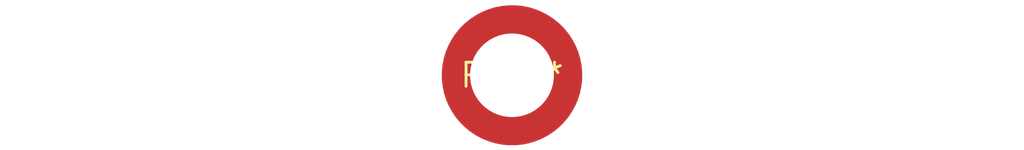
<source format=kicad_pcb>
(kicad_pcb (version 20240108) (generator pcbnew)
  (layers (0 "F.Cu" signal) (31 "B.Cu" signal) (34 "B.Paste" user) (35 "F.Paste" user) (36 "B.SilkS" user "B.Silkscreen") (37 "F.SilkS" user "F.Silkscreen") (38 "B.Mask" user) (39 "F.Mask" user) (44 "Edge.Cuts" user))
  (net 0 "")
  (footprint "Mounting_Wuerth_WA-SMST-3.3mm_H3mm_9774030960" (layer "F.Cu") (at 0 0)
    (property "Reference" "REF**")
    (property "Value" "Mounting_Wuerth_WA-SMST-3.3mm_H3mm_9774030960")
    (pad "" np_thru_hole circle (at 0 0) (size 4.4 4.4) (drill 4.4) (layers *.Cu *.Mask))
    (pad "1" smd circle (at -2.95 0) (size 1.1 1.1) (layers "F.Cu"))
    (pad "1" smd circle (at 0 -2.95) (size 1.1 1.1) (layers "F.Cu"))
    (pad "1" smd circle (at 0 2.95) (size 1.1 1.1) (layers "F.Cu"))
    (pad "1" smd custom (at 2.95 0) (size 1.1 1.1) (layers "F.Cu" "F.Mask") (options (clearance outline) (anchor circle)) (primitives (gr_circle (center -2.95 0) (end 0 0) (width 1.5) (fill no))))
  )
)
</source>
